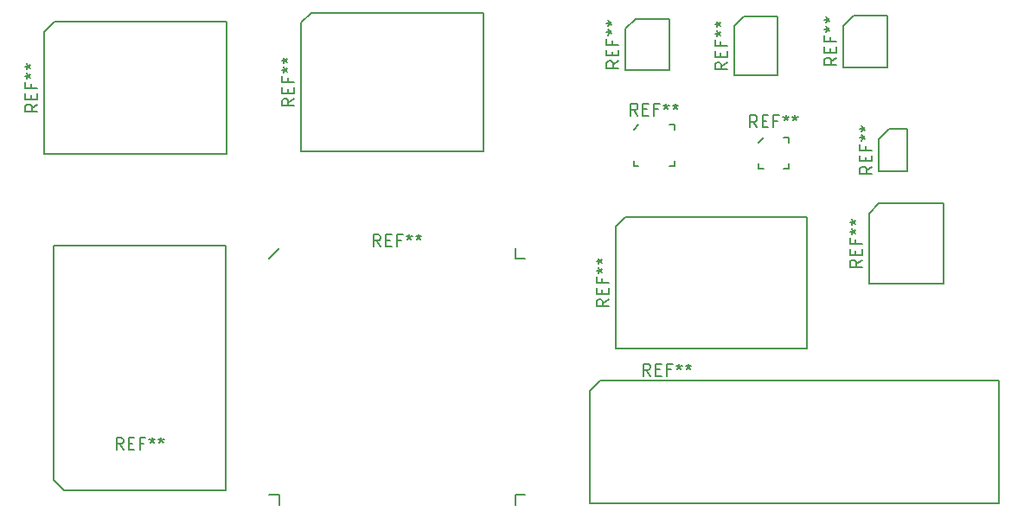
<source format=gbr>
G04 #@! TF.FileFunction,Legend,Top*
%FSLAX46Y46*%
G04 Gerber Fmt 4.6, Leading zero omitted, Abs format (unit mm)*
G04 Created by KiCad (PCBNEW 4.0.3-stable) date 08/30/16 01:28:47*
%MOMM*%
%LPD*%
G01*
G04 APERTURE LIST*
%ADD10C,0.100000*%
%ADD11C,0.150000*%
G04 APERTURE END LIST*
D10*
D11*
X182730000Y-64155000D02*
X181730000Y-65155000D01*
X181730000Y-65155000D02*
X181730000Y-69215000D01*
X181730000Y-69215000D02*
X186030000Y-69215000D01*
X186030000Y-69215000D02*
X186030000Y-64155000D01*
X186030000Y-64155000D02*
X182730000Y-64155000D01*
X125815000Y-64470000D02*
X124815000Y-65470000D01*
X124815000Y-65470000D02*
X124815000Y-77410000D01*
X124815000Y-77410000D02*
X142705000Y-77410000D01*
X142705000Y-77410000D02*
X142705000Y-64470000D01*
X142705000Y-64470000D02*
X125815000Y-64470000D01*
X150955000Y-63550000D02*
X149955000Y-64550000D01*
X149955000Y-64550000D02*
X149955000Y-77170000D01*
X149955000Y-77170000D02*
X167845000Y-77170000D01*
X167845000Y-77170000D02*
X167845000Y-63550000D01*
X167845000Y-63550000D02*
X150955000Y-63550000D01*
X193350000Y-63895000D02*
X192350000Y-64895000D01*
X192350000Y-64895000D02*
X192350000Y-69725000D01*
X192350000Y-69725000D02*
X196650000Y-69725000D01*
X196650000Y-69725000D02*
X196650000Y-63895000D01*
X196650000Y-63895000D02*
X193350000Y-63895000D01*
X182515000Y-75050000D02*
X183015000Y-74550000D01*
X186015000Y-74550000D02*
X186515000Y-74550000D01*
X186515000Y-74550000D02*
X186515000Y-75050000D01*
X183015000Y-78550000D02*
X182515000Y-78550000D01*
X182515000Y-78550000D02*
X182515000Y-78050000D01*
X186015000Y-78550000D02*
X186515000Y-78550000D01*
X186515000Y-78550000D02*
X186515000Y-78050000D01*
X125770000Y-109335000D02*
X126770000Y-110335000D01*
X126770000Y-110335000D02*
X142570000Y-110335000D01*
X142570000Y-110335000D02*
X142570000Y-86335000D01*
X142570000Y-86335000D02*
X125770000Y-86335000D01*
X125770000Y-86335000D02*
X125770000Y-109335000D01*
X194720000Y-76300000D02*
X195230000Y-75790000D01*
X197210000Y-75790000D02*
X197720000Y-75790000D01*
X197720000Y-75790000D02*
X197720000Y-76300000D01*
X195230000Y-78790000D02*
X194720000Y-78790000D01*
X194720000Y-78790000D02*
X194720000Y-78280000D01*
X197210000Y-78790000D02*
X197720000Y-78790000D01*
X197720000Y-78790000D02*
X197720000Y-78280000D01*
X204060000Y-63840000D02*
X203060000Y-64840000D01*
X203060000Y-64840000D02*
X203060000Y-68900000D01*
X203060000Y-68900000D02*
X207360000Y-68900000D01*
X207360000Y-68900000D02*
X207360000Y-63840000D01*
X207360000Y-63840000D02*
X204060000Y-63840000D01*
X179265000Y-99580000D02*
X178265000Y-100580000D01*
X178265000Y-100580000D02*
X178265000Y-111580000D01*
X178265000Y-111580000D02*
X218265000Y-111580000D01*
X218265000Y-111580000D02*
X218265000Y-99580000D01*
X218265000Y-99580000D02*
X179265000Y-99580000D01*
X147805000Y-86610000D02*
X146790000Y-87625000D01*
X171930000Y-87625000D02*
X170915000Y-87625000D01*
X170915000Y-87625000D02*
X170915000Y-86610000D01*
X146790000Y-110735000D02*
X147805000Y-110735000D01*
X147805000Y-110735000D02*
X147805000Y-111750000D01*
X171930000Y-110735000D02*
X170915000Y-110735000D01*
X170915000Y-110735000D02*
X170915000Y-111750000D01*
X207530000Y-74945000D02*
X206530000Y-75945000D01*
X206530000Y-75945000D02*
X206530000Y-79095000D01*
X206530000Y-79095000D02*
X209330000Y-79095000D01*
X209330000Y-79095000D02*
X209330000Y-74945000D01*
X209330000Y-74945000D02*
X207530000Y-74945000D01*
X206555000Y-82250000D02*
X205555000Y-83250000D01*
X205555000Y-83250000D02*
X205555000Y-90110000D01*
X205555000Y-90110000D02*
X212905000Y-90110000D01*
X212905000Y-90110000D02*
X212905000Y-82250000D01*
X212905000Y-82250000D02*
X206555000Y-82250000D01*
X181740000Y-83540000D02*
X180740000Y-84540000D01*
X180740000Y-84540000D02*
X180740000Y-96470000D01*
X180740000Y-96470000D02*
X199520000Y-96470000D01*
X199520000Y-96470000D02*
X199520000Y-83540000D01*
X199520000Y-83540000D02*
X181740000Y-83540000D01*
X181072857Y-68284999D02*
X180501429Y-68684999D01*
X181072857Y-68970714D02*
X179872857Y-68970714D01*
X179872857Y-68513571D01*
X179930000Y-68399285D01*
X179987143Y-68342142D01*
X180101429Y-68284999D01*
X180272857Y-68284999D01*
X180387143Y-68342142D01*
X180444286Y-68399285D01*
X180501429Y-68513571D01*
X180501429Y-68970714D01*
X180444286Y-67770714D02*
X180444286Y-67370714D01*
X181072857Y-67199285D02*
X181072857Y-67770714D01*
X179872857Y-67770714D01*
X179872857Y-67199285D01*
X180444286Y-66285000D02*
X180444286Y-66685000D01*
X181072857Y-66685000D02*
X179872857Y-66685000D01*
X179872857Y-66113571D01*
X179872857Y-65485000D02*
X180158571Y-65485000D01*
X180044286Y-65770714D02*
X180158571Y-65485000D01*
X180044286Y-65199286D01*
X180387143Y-65656429D02*
X180158571Y-65485000D01*
X180387143Y-65313572D01*
X179872857Y-64570714D02*
X180158571Y-64570714D01*
X180044286Y-64856428D02*
X180158571Y-64570714D01*
X180044286Y-64285000D01*
X180387143Y-64742143D02*
X180158571Y-64570714D01*
X180387143Y-64399286D01*
X124157857Y-72539999D02*
X123586429Y-72939999D01*
X124157857Y-73225714D02*
X122957857Y-73225714D01*
X122957857Y-72768571D01*
X123015000Y-72654285D01*
X123072143Y-72597142D01*
X123186429Y-72539999D01*
X123357857Y-72539999D01*
X123472143Y-72597142D01*
X123529286Y-72654285D01*
X123586429Y-72768571D01*
X123586429Y-73225714D01*
X123529286Y-72025714D02*
X123529286Y-71625714D01*
X124157857Y-71454285D02*
X124157857Y-72025714D01*
X122957857Y-72025714D01*
X122957857Y-71454285D01*
X123529286Y-70540000D02*
X123529286Y-70940000D01*
X124157857Y-70940000D02*
X122957857Y-70940000D01*
X122957857Y-70368571D01*
X122957857Y-69740000D02*
X123243571Y-69740000D01*
X123129286Y-70025714D02*
X123243571Y-69740000D01*
X123129286Y-69454286D01*
X123472143Y-69911429D02*
X123243571Y-69740000D01*
X123472143Y-69568572D01*
X122957857Y-68825714D02*
X123243571Y-68825714D01*
X123129286Y-69111428D02*
X123243571Y-68825714D01*
X123129286Y-68540000D01*
X123472143Y-68997143D02*
X123243571Y-68825714D01*
X123472143Y-68654286D01*
X149297857Y-71959999D02*
X148726429Y-72359999D01*
X149297857Y-72645714D02*
X148097857Y-72645714D01*
X148097857Y-72188571D01*
X148155000Y-72074285D01*
X148212143Y-72017142D01*
X148326429Y-71959999D01*
X148497857Y-71959999D01*
X148612143Y-72017142D01*
X148669286Y-72074285D01*
X148726429Y-72188571D01*
X148726429Y-72645714D01*
X148669286Y-71445714D02*
X148669286Y-71045714D01*
X149297857Y-70874285D02*
X149297857Y-71445714D01*
X148097857Y-71445714D01*
X148097857Y-70874285D01*
X148669286Y-69960000D02*
X148669286Y-70360000D01*
X149297857Y-70360000D02*
X148097857Y-70360000D01*
X148097857Y-69788571D01*
X148097857Y-69160000D02*
X148383571Y-69160000D01*
X148269286Y-69445714D02*
X148383571Y-69160000D01*
X148269286Y-68874286D01*
X148612143Y-69331429D02*
X148383571Y-69160000D01*
X148612143Y-68988572D01*
X148097857Y-68245714D02*
X148383571Y-68245714D01*
X148269286Y-68531428D02*
X148383571Y-68245714D01*
X148269286Y-67960000D01*
X148612143Y-68417143D02*
X148383571Y-68245714D01*
X148612143Y-68074286D01*
X191692857Y-68409999D02*
X191121429Y-68809999D01*
X191692857Y-69095714D02*
X190492857Y-69095714D01*
X190492857Y-68638571D01*
X190550000Y-68524285D01*
X190607143Y-68467142D01*
X190721429Y-68409999D01*
X190892857Y-68409999D01*
X191007143Y-68467142D01*
X191064286Y-68524285D01*
X191121429Y-68638571D01*
X191121429Y-69095714D01*
X191064286Y-67895714D02*
X191064286Y-67495714D01*
X191692857Y-67324285D02*
X191692857Y-67895714D01*
X190492857Y-67895714D01*
X190492857Y-67324285D01*
X191064286Y-66410000D02*
X191064286Y-66810000D01*
X191692857Y-66810000D02*
X190492857Y-66810000D01*
X190492857Y-66238571D01*
X190492857Y-65610000D02*
X190778571Y-65610000D01*
X190664286Y-65895714D02*
X190778571Y-65610000D01*
X190664286Y-65324286D01*
X191007143Y-65781429D02*
X190778571Y-65610000D01*
X191007143Y-65438572D01*
X190492857Y-64695714D02*
X190778571Y-64695714D01*
X190664286Y-64981428D02*
X190778571Y-64695714D01*
X190664286Y-64410000D01*
X191007143Y-64867143D02*
X190778571Y-64695714D01*
X191007143Y-64524286D01*
X182915001Y-73642857D02*
X182515001Y-73071429D01*
X182229286Y-73642857D02*
X182229286Y-72442857D01*
X182686429Y-72442857D01*
X182800715Y-72500000D01*
X182857858Y-72557143D01*
X182915001Y-72671429D01*
X182915001Y-72842857D01*
X182857858Y-72957143D01*
X182800715Y-73014286D01*
X182686429Y-73071429D01*
X182229286Y-73071429D01*
X183429286Y-73014286D02*
X183829286Y-73014286D01*
X184000715Y-73642857D02*
X183429286Y-73642857D01*
X183429286Y-72442857D01*
X184000715Y-72442857D01*
X184915000Y-73014286D02*
X184515000Y-73014286D01*
X184515000Y-73642857D02*
X184515000Y-72442857D01*
X185086429Y-72442857D01*
X185715000Y-72442857D02*
X185715000Y-72728571D01*
X185429286Y-72614286D02*
X185715000Y-72728571D01*
X186000714Y-72614286D01*
X185543571Y-72957143D02*
X185715000Y-72728571D01*
X185886428Y-72957143D01*
X186629286Y-72442857D02*
X186629286Y-72728571D01*
X186343572Y-72614286D02*
X186629286Y-72728571D01*
X186915000Y-72614286D01*
X186457857Y-72957143D02*
X186629286Y-72728571D01*
X186800714Y-72957143D01*
X132570001Y-106362857D02*
X132170001Y-105791429D01*
X131884286Y-106362857D02*
X131884286Y-105162857D01*
X132341429Y-105162857D01*
X132455715Y-105220000D01*
X132512858Y-105277143D01*
X132570001Y-105391429D01*
X132570001Y-105562857D01*
X132512858Y-105677143D01*
X132455715Y-105734286D01*
X132341429Y-105791429D01*
X131884286Y-105791429D01*
X133084286Y-105734286D02*
X133484286Y-105734286D01*
X133655715Y-106362857D02*
X133084286Y-106362857D01*
X133084286Y-105162857D01*
X133655715Y-105162857D01*
X134570000Y-105734286D02*
X134170000Y-105734286D01*
X134170000Y-106362857D02*
X134170000Y-105162857D01*
X134741429Y-105162857D01*
X135370000Y-105162857D02*
X135370000Y-105448571D01*
X135084286Y-105334286D02*
X135370000Y-105448571D01*
X135655714Y-105334286D01*
X135198571Y-105677143D02*
X135370000Y-105448571D01*
X135541428Y-105677143D01*
X136284286Y-105162857D02*
X136284286Y-105448571D01*
X135998572Y-105334286D02*
X136284286Y-105448571D01*
X136570000Y-105334286D01*
X136112857Y-105677143D02*
X136284286Y-105448571D01*
X136455714Y-105677143D01*
X194620001Y-74797857D02*
X194220001Y-74226429D01*
X193934286Y-74797857D02*
X193934286Y-73597857D01*
X194391429Y-73597857D01*
X194505715Y-73655000D01*
X194562858Y-73712143D01*
X194620001Y-73826429D01*
X194620001Y-73997857D01*
X194562858Y-74112143D01*
X194505715Y-74169286D01*
X194391429Y-74226429D01*
X193934286Y-74226429D01*
X195134286Y-74169286D02*
X195534286Y-74169286D01*
X195705715Y-74797857D02*
X195134286Y-74797857D01*
X195134286Y-73597857D01*
X195705715Y-73597857D01*
X196620000Y-74169286D02*
X196220000Y-74169286D01*
X196220000Y-74797857D02*
X196220000Y-73597857D01*
X196791429Y-73597857D01*
X197420000Y-73597857D02*
X197420000Y-73883571D01*
X197134286Y-73769286D02*
X197420000Y-73883571D01*
X197705714Y-73769286D01*
X197248571Y-74112143D02*
X197420000Y-73883571D01*
X197591428Y-74112143D01*
X198334286Y-73597857D02*
X198334286Y-73883571D01*
X198048572Y-73769286D02*
X198334286Y-73883571D01*
X198620000Y-73769286D01*
X198162857Y-74112143D02*
X198334286Y-73883571D01*
X198505714Y-74112143D01*
X202402857Y-67969999D02*
X201831429Y-68369999D01*
X202402857Y-68655714D02*
X201202857Y-68655714D01*
X201202857Y-68198571D01*
X201260000Y-68084285D01*
X201317143Y-68027142D01*
X201431429Y-67969999D01*
X201602857Y-67969999D01*
X201717143Y-68027142D01*
X201774286Y-68084285D01*
X201831429Y-68198571D01*
X201831429Y-68655714D01*
X201774286Y-67455714D02*
X201774286Y-67055714D01*
X202402857Y-66884285D02*
X202402857Y-67455714D01*
X201202857Y-67455714D01*
X201202857Y-66884285D01*
X201774286Y-65970000D02*
X201774286Y-66370000D01*
X202402857Y-66370000D02*
X201202857Y-66370000D01*
X201202857Y-65798571D01*
X201202857Y-65170000D02*
X201488571Y-65170000D01*
X201374286Y-65455714D02*
X201488571Y-65170000D01*
X201374286Y-64884286D01*
X201717143Y-65341429D02*
X201488571Y-65170000D01*
X201717143Y-64998572D01*
X201202857Y-64255714D02*
X201488571Y-64255714D01*
X201374286Y-64541428D02*
X201488571Y-64255714D01*
X201374286Y-63970000D01*
X201717143Y-64427143D02*
X201488571Y-64255714D01*
X201717143Y-64084286D01*
X184170001Y-99122857D02*
X183770001Y-98551429D01*
X183484286Y-99122857D02*
X183484286Y-97922857D01*
X183941429Y-97922857D01*
X184055715Y-97980000D01*
X184112858Y-98037143D01*
X184170001Y-98151429D01*
X184170001Y-98322857D01*
X184112858Y-98437143D01*
X184055715Y-98494286D01*
X183941429Y-98551429D01*
X183484286Y-98551429D01*
X184684286Y-98494286D02*
X185084286Y-98494286D01*
X185255715Y-99122857D02*
X184684286Y-99122857D01*
X184684286Y-97922857D01*
X185255715Y-97922857D01*
X186170000Y-98494286D02*
X185770000Y-98494286D01*
X185770000Y-99122857D02*
X185770000Y-97922857D01*
X186341429Y-97922857D01*
X186970000Y-97922857D02*
X186970000Y-98208571D01*
X186684286Y-98094286D02*
X186970000Y-98208571D01*
X187255714Y-98094286D01*
X186798571Y-98437143D02*
X186970000Y-98208571D01*
X187141428Y-98437143D01*
X187884286Y-97922857D02*
X187884286Y-98208571D01*
X187598572Y-98094286D02*
X187884286Y-98208571D01*
X188170000Y-98094286D01*
X187712857Y-98437143D02*
X187884286Y-98208571D01*
X188055714Y-98437143D01*
X157760001Y-86457857D02*
X157360001Y-85886429D01*
X157074286Y-86457857D02*
X157074286Y-85257857D01*
X157531429Y-85257857D01*
X157645715Y-85315000D01*
X157702858Y-85372143D01*
X157760001Y-85486429D01*
X157760001Y-85657857D01*
X157702858Y-85772143D01*
X157645715Y-85829286D01*
X157531429Y-85886429D01*
X157074286Y-85886429D01*
X158274286Y-85829286D02*
X158674286Y-85829286D01*
X158845715Y-86457857D02*
X158274286Y-86457857D01*
X158274286Y-85257857D01*
X158845715Y-85257857D01*
X159760000Y-85829286D02*
X159360000Y-85829286D01*
X159360000Y-86457857D02*
X159360000Y-85257857D01*
X159931429Y-85257857D01*
X160560000Y-85257857D02*
X160560000Y-85543571D01*
X160274286Y-85429286D02*
X160560000Y-85543571D01*
X160845714Y-85429286D01*
X160388571Y-85772143D02*
X160560000Y-85543571D01*
X160731428Y-85772143D01*
X161474286Y-85257857D02*
X161474286Y-85543571D01*
X161188572Y-85429286D02*
X161474286Y-85543571D01*
X161760000Y-85429286D01*
X161302857Y-85772143D02*
X161474286Y-85543571D01*
X161645714Y-85772143D01*
X205872857Y-78619999D02*
X205301429Y-79019999D01*
X205872857Y-79305714D02*
X204672857Y-79305714D01*
X204672857Y-78848571D01*
X204730000Y-78734285D01*
X204787143Y-78677142D01*
X204901429Y-78619999D01*
X205072857Y-78619999D01*
X205187143Y-78677142D01*
X205244286Y-78734285D01*
X205301429Y-78848571D01*
X205301429Y-79305714D01*
X205244286Y-78105714D02*
X205244286Y-77705714D01*
X205872857Y-77534285D02*
X205872857Y-78105714D01*
X204672857Y-78105714D01*
X204672857Y-77534285D01*
X205244286Y-76620000D02*
X205244286Y-77020000D01*
X205872857Y-77020000D02*
X204672857Y-77020000D01*
X204672857Y-76448571D01*
X204672857Y-75820000D02*
X204958571Y-75820000D01*
X204844286Y-76105714D02*
X204958571Y-75820000D01*
X204844286Y-75534286D01*
X205187143Y-75991429D02*
X204958571Y-75820000D01*
X205187143Y-75648572D01*
X204672857Y-74905714D02*
X204958571Y-74905714D01*
X204844286Y-75191428D02*
X204958571Y-74905714D01*
X204844286Y-74620000D01*
X205187143Y-75077143D02*
X204958571Y-74905714D01*
X205187143Y-74734286D01*
X204897857Y-87779999D02*
X204326429Y-88179999D01*
X204897857Y-88465714D02*
X203697857Y-88465714D01*
X203697857Y-88008571D01*
X203755000Y-87894285D01*
X203812143Y-87837142D01*
X203926429Y-87779999D01*
X204097857Y-87779999D01*
X204212143Y-87837142D01*
X204269286Y-87894285D01*
X204326429Y-88008571D01*
X204326429Y-88465714D01*
X204269286Y-87265714D02*
X204269286Y-86865714D01*
X204897857Y-86694285D02*
X204897857Y-87265714D01*
X203697857Y-87265714D01*
X203697857Y-86694285D01*
X204269286Y-85780000D02*
X204269286Y-86180000D01*
X204897857Y-86180000D02*
X203697857Y-86180000D01*
X203697857Y-85608571D01*
X203697857Y-84980000D02*
X203983571Y-84980000D01*
X203869286Y-85265714D02*
X203983571Y-84980000D01*
X203869286Y-84694286D01*
X204212143Y-85151429D02*
X203983571Y-84980000D01*
X204212143Y-84808572D01*
X203697857Y-84065714D02*
X203983571Y-84065714D01*
X203869286Y-84351428D02*
X203983571Y-84065714D01*
X203869286Y-83780000D01*
X204212143Y-84237143D02*
X203983571Y-84065714D01*
X204212143Y-83894286D01*
X180082857Y-91604999D02*
X179511429Y-92004999D01*
X180082857Y-92290714D02*
X178882857Y-92290714D01*
X178882857Y-91833571D01*
X178940000Y-91719285D01*
X178997143Y-91662142D01*
X179111429Y-91604999D01*
X179282857Y-91604999D01*
X179397143Y-91662142D01*
X179454286Y-91719285D01*
X179511429Y-91833571D01*
X179511429Y-92290714D01*
X179454286Y-91090714D02*
X179454286Y-90690714D01*
X180082857Y-90519285D02*
X180082857Y-91090714D01*
X178882857Y-91090714D01*
X178882857Y-90519285D01*
X179454286Y-89605000D02*
X179454286Y-90005000D01*
X180082857Y-90005000D02*
X178882857Y-90005000D01*
X178882857Y-89433571D01*
X178882857Y-88805000D02*
X179168571Y-88805000D01*
X179054286Y-89090714D02*
X179168571Y-88805000D01*
X179054286Y-88519286D01*
X179397143Y-88976429D02*
X179168571Y-88805000D01*
X179397143Y-88633572D01*
X178882857Y-87890714D02*
X179168571Y-87890714D01*
X179054286Y-88176428D02*
X179168571Y-87890714D01*
X179054286Y-87605000D01*
X179397143Y-88062143D02*
X179168571Y-87890714D01*
X179397143Y-87719286D01*
M02*

</source>
